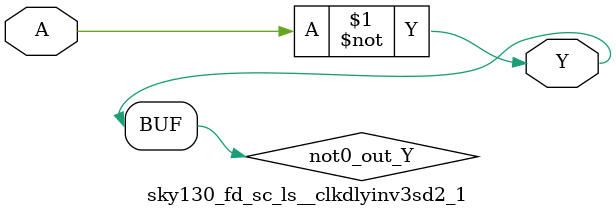
<source format=v>
/*
 * Copyright 2020 The SkyWater PDK Authors
 *
 * Licensed under the Apache License, Version 2.0 (the "License");
 * you may not use this file except in compliance with the License.
 * You may obtain a copy of the License at
 *
 *     https://www.apache.org/licenses/LICENSE-2.0
 *
 * Unless required by applicable law or agreed to in writing, software
 * distributed under the License is distributed on an "AS IS" BASIS,
 * WITHOUT WARRANTIES OR CONDITIONS OF ANY KIND, either express or implied.
 * See the License for the specific language governing permissions and
 * limitations under the License.
 *
 * SPDX-License-Identifier: Apache-2.0
*/


`ifndef SKY130_FD_SC_LS__CLKDLYINV3SD2_1_FUNCTIONAL_V
`define SKY130_FD_SC_LS__CLKDLYINV3SD2_1_FUNCTIONAL_V

/**
 * clkdlyinv3sd2: Clock Delay Inverter 3-stage 0.25um length inner
 *                stage gate.
 *
 * Verilog simulation functional model.
 */

`timescale 1ns / 1ps
`default_nettype none

`celldefine
module sky130_fd_sc_ls__clkdlyinv3sd2_1 (
    Y,
    A
);

    // Module ports
    output Y;
    input  A;

    // Local signals
    wire not0_out_Y;

    //  Name  Output      Other arguments
    not not0 (not0_out_Y, A              );
    buf buf0 (Y         , not0_out_Y     );

endmodule
`endcelldefine

`default_nettype wire
`endif  // SKY130_FD_SC_LS__CLKDLYINV3SD2_1_FUNCTIONAL_V

</source>
